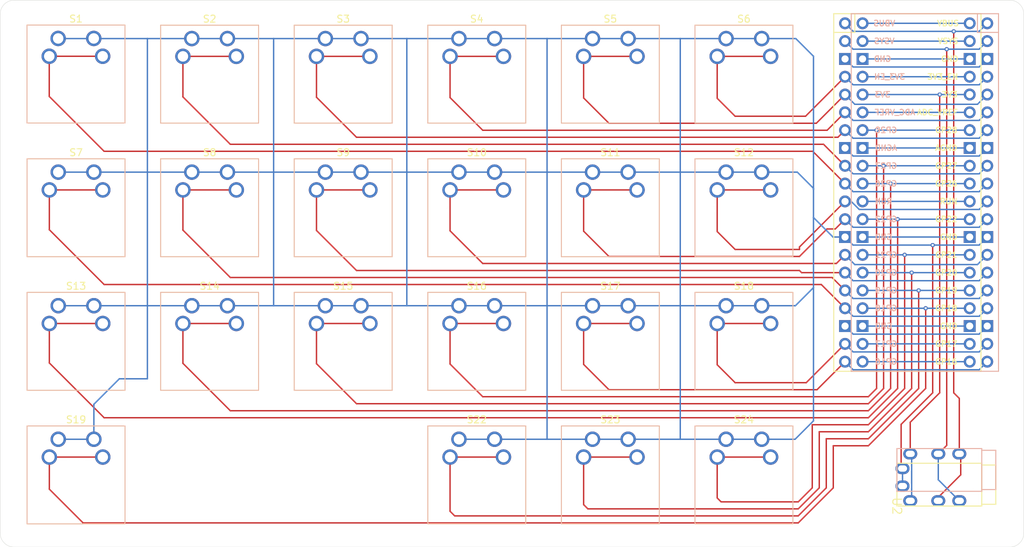
<source format=kicad_pcb>
(kicad_pcb (version 20240108) (generator "pcbnew") (generator_version "8.0")
  (layers (0 "F.Cu" signal) (31 "B.Cu" signal) (34 "B.Paste" user) (35 "F.Paste" user) (36 "B.SilkS" user "B.Silkscreen") (37 "F.SilkS" user "F.Silkscreen") (38 "B.Mask" user) (39 "F.Mask" user) (44 "Edge.Cuts" user))
  (net 0 "")
  (net 1 "GP7")
  (net 2 "GND")
  (net 3 "GP6")
  (net 4 "GP5")
  (net 5 "GP4")
  (net 6 "GP3")
  (net 7 "GP2")
  (net 8 "GP13")
  (net 9 "GP12")
  (net 10 "GP11")
  (net 11 "GP10")
  (net 12 "GP9")
  (net 13 "GP8")
  (net 14 "GP19")
  (net 15 "GP18")
  (net 16 "GP17")
  (net 17 "GP16")
  (net 18 "GP15")
  (net 19 "GP14")
  (net 20 "GP26")
  (net 21 "GP22")
  (net 22 "GP21")
  (net 23 "GP20")
  (net 24 "GP27")
  (net 25 "unconnected-(U1-3V3_EN-Pad37)")
  (net 26 "GP28")
  (net 27 "unconnected-(U1-GND-Pad28)")
  (net 28 "unconnected-(U1-GND-Pad38)")
  (net 29 "3V3")
  (net 30 "unconnected-(U1-VBUS-Pad40)")
  (net 31 "unconnected-(U1-GND-Pad3)")
  (net 32 "unconnected-(U1-GND-Pad8)")
  (net 33 "unconnected-(U1-GND-Pad18)")
  (net 34 "unconnected-(U1-ADC_VREF-Pad35)")
  (net 35 "RX")
  (net 36 "unconnected-(U1-VSYS-Pad39)")
  (net 37 "TX")
  (net 38 "unconnected-(U1-RUN-Pad30)")
  (net 39 "unconnected-(U1-GND-Pad23)")
  (net 40 "unconnected-(U1-AGND-Pad33)")
  (footprint "ScottoKeebs_MX:SW_Cherry_MX_1.00u_PCB_reversible" (layer "F.Cu") (at 85.585 43.435)
    (property "Reference" "S3")
    (property "Value" "Keyswitch" (hide yes))
  )
  (footprint "ScottoKeebs_MX:SW_Cherry_MX_1.00u_PCB_reversible" (layer "F.Cu") (at 66.535 62.485)
    (property "Reference" "S8")
    (property "Value" "Keyswitch" (hide yes))
  )
  (footprint "ScottoKeebs_MX:SW_Cherry_MX_1.00u_PCB_reversible" (layer "F.Cu") (at 142.735 100.585)
    (property "Reference" "S24")
    (property "Value" "Keyswitch" (hide yes))
  )
  (footprint "ScottoKeebs_MX:SW_Cherry_MX_1.00u_PCB_reversible" (layer "F.Cu") (at 104.635 81.535)
    (property "Reference" "S16")
    (property "Value" "Keyswitch" (hide yes))
  )
  (footprint "ScottoKeebs_MX:SW_Cherry_MX_1.00u_PCB_reversible" (layer "F.Cu") (at 47.485 81.535)
    (property "Reference" "S13")
    (property "Value" "Keyswitch" (hide yes))
  )
  (footprint "ScottoKeebs_MX:SW_Cherry_MX_1.00u_PCB_reversible" (layer "F.Cu") (at 47.485 100.585)
    (property "Reference" "S19")
    (property "Value" "Keyswitch" (hide yes))
  )
  (footprint "ScottoKeebs_MCU:Raspberry_Pi_Pico_reversible" (layer "F.Cu") (at 163.51 65.39)
    (property "Reference" "U1" (hide yes))
    (property "Value" "Raspberry_Pi_Pico" (hide yes))
  )
  (footprint "ScottoKeebs_MX:SW_Cherry_MX_1.00u_PCB_reversible" (layer "F.Cu") (at 104.635 43.435)
    (property "Reference" "S4")
    (property "Value" "Keyswitch" (hide yes))
  )
  (footprint "ScottoKeebs_MX:SW_Cherry_MX_1.00u_PCB_reversible" (layer "F.Cu") (at 104.635 100.585)
    (property "Reference" "S22")
    (property "Value" "Keyswitch" (hide yes))
  )
  (footprint "ScottoKeebs_MX:SW_Cherry_MX_1.00u_PCB_reversible" (layer "F.Cu") (at 85.585 62.485)
    (property "Reference" "S9")
    (property "Value" "Keyswitch" (hide yes))
  )
  (footprint "ScottoKeebs_MX:SW_Cherry_MX_1.00u_PCB_reversible" (layer "F.Cu") (at 142.735 62.485)
    (property "Reference" "S12")
    (property "Value" "Keyswitch" (hide yes))
  )
  (footprint "ScottoKeebs_MX:SW_Cherry_MX_1.00u_PCB_reversible" (layer "F.Cu") (at 85.585 81.535)
    (property "Reference" "S15")
    (property "Value" "Keyswitch" (hide yes))
  )
  (footprint "ScottoKeebs_MX:SW_Cherry_MX_1.00u_PCB_reversible" (layer "F.Cu") (at 47.485 62.485)
    (property "Reference" "S7")
    (property "Value" "Keyswitch" (hide yes))
  )
  (footprint "ScottoKeebs_MX:SW_Cherry_MX_1.00u_PCB_reversible" (layer "F.Cu") (at 66.535 43.435)
    (property "Reference" "S2")
    (property "Value" "Keyswitch" (hide yes))
  )
  (footprint "ScottoKeebs_MX:SW_Cherry_MX_1.00u_PCB_reversible" (layer "F.Cu") (at 123.685 100.585)
    (property "Reference" "S23")
    (property "Value" "Keyswitch" (hide yes))
  )
  (footprint "ScottoKeebs_Components:PJ-320A_reversible" (layer "F.Cu") (at 162.02 110.11 -90)
    (property "Reference" "U2")
    (property "Value" "TRRS")
  )
  (footprint "ScottoKeebs_MX:SW_Cherry_MX_1.00u_PCB_reversible" (layer "F.Cu") (at 142.735 43.435)
    (property "Reference" "S6")
    (property "Value" "Keyswitch" (hide yes))
  )
  (footprint "ScottoKeebs_MX:SW_Cherry_MX_1.00u_PCB_reversible" (layer "F.Cu") (at 123.685 81.535)
    (property "Reference" "S17")
    (property "Value" "Keyswitch" (hide yes))
  )
  (footprint "ScottoKeebs_MX:SW_Cherry_MX_1.00u_PCB_reversible" (layer "F.Cu") (at 123.685 43.435)
    (property "Reference" "S5")
    (property "Value" "Keyswitch" (hide yes))
  )
  (footprint "ScottoKeebs_MX:SW_Cherry_MX_1.00u_PCB_reversible" (layer "F.Cu") (at 104.635 62.485)
    (property "Reference" "S10")
    (property "Value" "Keyswitch" (hide yes))
  )
  (footprint "ScottoKeebs_MX:SW_Cherry_MX_1.00u_PCB_reversible" (layer "F.Cu") (at 123.685 62.485)
    (property "Reference" "S11")
    (property "Value" "Keyswitch" (hide yes))
  )
  (footprint "ScottoKeebs_MX:SW_Cherry_MX_1.00u_PCB_reversible" (layer "F.Cu") (at 142.735 81.535)
    (property "Reference" "S18")
    (property "Value" "Keyswitch" (hide yes))
  )
  (footprint "ScottoKeebs_MX:SW_Cherry_MX_1.00u_PCB_reversible" (layer "F.Cu") (at 47.47 43.42)
    (property "Reference" "S1")
    (property "Value" "Keyswitch" (hide yes))
  )
  (footprint "ScottoKeebs_MX:SW_Cherry_MX_1.00u_PCB_reversible" (layer "F.Cu") (at 66.535 81.535)
    (property "Reference" "S14")
    (property "Value" "Keyswitch" (hide yes))
  )
  (gr_arc (start 34.12 39.96) (mid 34.705786 38.545786) (end 36.12 37.96) (stroke (width 0.05)) (layer "Edge.Cuts"))
  (gr_line (start 180.12 39.96) (end 180.12 113.96) (stroke (width 0.05)) (layer "Edge.Cuts"))
  (gr_line (start 36.12 37.96) (end 178.12 37.96) (stroke (width 0.05)) (layer "Edge.Cuts"))
  (gr_line (start 34.12 39.96) (end 34.12 113.96) (stroke (width 0.05)) (layer "Edge.Cuts"))
  (gr_arc (start 36.12 115.96) (mid 34.705786 115.374214) (end 34.12 113.96) (stroke (width 0.05)) (layer "Edge.Cuts"))
  (gr_arc (start 178.12 37.96) (mid 179.534214 38.545786) (end 180.12 39.96) (stroke (width 0.05)) (layer "Edge.Cuts"))
  (gr_arc (start 180.12 113.96) (mid 179.534214 115.374214) (end 178.12 115.96) (stroke (width 0.05)) (layer "Edge.Cuts"))
  (gr_line (start 36.12 115.96) (end 178.12 115.96) (stroke (width 0.05)) (layer "Edge.Cuts"))
  (segment (start 48.945 59.515) (end 150.015 59.515) (width 0.2) (layer "F.Cu") (net 1))
  (segment (start 41.12 45.96) (end 48.74 45.96) (width 0.2) (layer "F.Cu") (net 1))
  (segment (start 41.12 51.69) (end 48.945 59.515) (width 0.2) (layer "F.Cu") (net 1))
  (segment (start 41.12 45.96) (end 41.12 51.69) (width 0.2) (layer "F.Cu") (net 1))
  (segment (start 150.015 59.515) (end 154.62 64.12) (width 0.2) (layer "F.Cu") (net 1))
  (segment (start 173.75 65.27) (end 174.9 64.12) (width 0.2) (layer "B.Cu") (net 1))
  (segment (start 154.62 64.12) (end 155.77 65.27) (width 0.2) (layer "B.Cu") (net 1))
  (segment (start 155.77 65.27) (end 173.75 65.27) (width 0.2) (layer "B.Cu") (net 1))
  (segment (start 162.62 104.56) (end 162.62 98.46) (width 0.2) (layer "F.Cu") (net 2))
  (segment (start 162.62 98.46) (end 167.12 93.96) (width 0.2) (layer "F.Cu") (net 2))
  (segment (start 162.82 104.76) (end 162.62 104.56) (width 0.2) (layer "F.Cu") (net 2))
  (segment (start 167.12 93.96) (end 167.12 72.89) (width 0.2) (layer "F.Cu") (net 2))
  (via (at 167.12 72.89) (size 0.6) (drill 0.3) (layers "F.Cu" "B.Cu") (net 2))
  (segment (start 150.12 68.96) (end 150.12 78.96) (width 0.2) (layer "B.Cu") (net 2))
  (segment (start 112.12 43.435) (end 92.12 43.435) (width 0.2) (layer "B.Cu") (net 2))
  (segment (start 112.12 43.435) (end 112.12 100.585) (width 0.2) (layer "B.Cu") (net 2))
  (segment (start 73.12 43.435) (end 73.12 81.535) (width 0.2) (layer "B.Cu") (net 2))
  (segment (start 150.12 78.96) (end 150.12 97.96) (width 0.2) (layer "B.Cu") (net 2))
  (segment (start 147.495 100.585) (end 142.735 100.585) (width 0.2) (layer "B.Cu") (net 2))
  (segment (start 73.12 43.435) (end 55.12 43.435) (width 0.2) (layer "B.Cu") (net 2))
  (segment (start 150.12 64.794314) (end 150.12 64.96) (width 0.2) (layer "B.Cu") (net 2))
  (segment (start 150.12 45.96) (end 150.12 64.96) (width 0.2) (layer "B.Cu") (net 2))
  (segment (start 42.405 100.585) (end 47.485 100.585) (width 0.2) (layer "B.Cu") (net 2))
  (segment (start 150.12 64.96) (end 150.12 68.96) (width 0.2) (layer "B.Cu") (net 2))
  (segment (start 42.405 43.435) (end 42.39 43.42) (width 0.2) (layer "B.Cu") (net 2))
  (segment (start 55.12 43.435) (end 55.12 81.535) (width 0.2) (layer "B.Cu") (net 2))
  (segment (start 173.75 72.89) (end 167.12 72.89) (width 0.2) (layer "B.Cu") (net 2))
  (segment (start 142.735 100.585) (end 131.12 100.585) (width 0.2) (layer "B.Cu") (net 2))
  (segment (start 150.12 97.96) (end 147.495 100.585) (width 0.2) (layer "B.Cu") (net 2))
  (segment (start 174.9 71.74) (end 173.75 72.89) (width 0.2) (layer "B.Cu") (net 2))
  (segment (start 142.735 81.535) (end 92.12 81.535) (width 0.2) (layer "B.Cu") (net 2))
  (segment (start 154.62 71.74) (end 152.9 71.74) (width 0.2) (layer "B.Cu") (net 2))
  (segment (start 155.77 72.89) (end 154.62 71.74) (width 0.2) (layer "B.Cu") (net 2))
  (segment (start 147.810686 62.485) (end 150.12 64.794314) (width 0.2) (layer "B.Cu") (net 2))
  (segment (start 152.9 71.74) (end 150.12 68.96) (width 0.2) (layer "B.Cu") (net 2))
  (segment (start 142.735 43.435) (end 131.12 43.435) (width 0.2) (layer "B.Cu") (net 2))
  (segment (start 55.12 81.535) (end 55.12 91.96) (width 0.2) (layer "B.Cu") (net 2))
  (segment (start 92.12 43.435) (end 73.12 43.435) (width 0.2) (layer "B.Cu") (net 2))
  (segment (start 167.12 72.89) (end 155.77 72.89) (width 0.2) (layer "B.Cu") (net 2))
  (segment (start 142.735 62.485) (end 147.810686 62.485) (width 0.2) (layer "B.Cu") (net 2))
  (segment (start 131.12 100.585) (end 131.12 43.435) (width 0.2) (layer "B.Cu") (net 2))
  (segment (start 147.595 43.435) (end 150.12 45.96) (width 0.2) (layer "B.Cu") (net 2))
  (segment (start 142.735 43.435) (end 147.595 43.435) (width 0.2) (layer "B.Cu") (net 2))
  (segment (start 92.12 81.535) (end 73.12 81.535) (width 0.2) (layer "B.Cu") (net 2))
  (segment (start 131.12 100.585) (end 112.12 100.585) (width 0.2) (layer "B.Cu") (net 2))
  (segment (start 55.12 91.96) (end 51.12 91.96) (width 0.2) (layer "B.Cu") (net 2))
  (segment (start 142.735 81.535) (end 147.545 81.535) (width 0.2) (layer "B.Cu") (net 2))
  (segment (start 162.82 107.26) (end 162.82 104.76) (width 0.2) (layer "B.Cu") (net 2))
  (segment (start 51.12 91.96) (end 47.485 95.595) (width 0.2) (layer "B.Cu") (net 2))
  (segment (start 73.12 81.535) (end 55.12 81.535) (width 0.2) (layer "B.Cu") (net 2))
  (segment (start 131.12 43.435) (end 112.12 43.435) (width 0.2) (layer "B.Cu") (net 2))
  (segment (start 47.485 95.595) (end 47.485 100.585) (width 0.2) (layer "B.Cu") (net 2))
  (segment (start 142.735 62.485) (end 42.405 62.485) (width 0.2) (layer "B.Cu") (net 2))
  (segment (start 55.12 81.535) (end 42.405 81.535) (width 0.2) (layer "B.Cu") (net 2))
  (segment (start 112.12 100.585) (end 99.555 100.585) (width 0.2) (layer "B.Cu") (net 2))
  (segment (start 55.12 43.435) (end 42.405 43.435) (width 0.2) (layer "B.Cu") (net 2))
  (segment (start 92.12 43.435) (end 92.12 81.535) (width 0.2) (layer "B.Cu") (net 2))
  (segment (start 147.545 81.535) (end 150.12 78.96) (width 0.2) (layer "B.Cu") (net 2))
  (segment (start 151.555 58.515) (end 154.62 61.58) (width 0.2) (layer "F.Cu") (net 3))
  (segment (start 67.805 45.975) (end 60.185 45.975) (width 0.2) (layer "F.Cu") (net 3))
  (segment (start 60.185 45.975) (end 60.185 51.755) (width 0.2) (layer "F.Cu") (net 3))
  (segment (start 66.945 58.515) (end 151.555 58.515) (width 0.2) (layer "F.Cu") (net 3))
  (segment (start 60.185 51.755) (end 66.945 58.515) (width 0.2) (layer "F.Cu") (net 3))
  (segment (start 155.77 62.73) (end 173.75 62.73) (width 0.2) (layer "B.Cu") (net 3))
  (segment (start 173.75 62.73) (end 174.9 61.58) (width 0.2) (layer "B.Cu") (net 3))
  (segment (start 154.62 61.58) (end 155.77 62.73) (width 0.2) (layer "B.Cu") (net 3))
  (segment (start 79.235 45.975) (end 86.855 45.975) (width 0.2) (layer "F.Cu") (net 4))
  (segment (start 84.945 57.515) (end 153.605 57.515) (width 0.2) (layer "F.Cu") (net 4))
  (segment (start 79.235 51.805) (end 84.945 57.515) (width 0.2) (layer "F.Cu") (net 4))
  (segment (start 153.605 57.515) (end 154.62 56.5) (width 0.2) (layer "F.Cu") (net 4))
  (segment (start 79.235 45.975) (end 79.235 51.805) (width 0.2) (layer "F.Cu") (net 4))
  (segment (start 173.75 57.65) (end 174.9 56.5) (width 0.2) (layer "B.Cu") (net 4))
  (segment (start 155.77 57.65) (end 173.75 57.65) (width 0.2) (layer "B.Cu") (net 4))
  (segment (start 154.62 56.5) (end 155.77 57.65) (width 0.2) (layer "B.Cu") (net 4))
  (segment (start 152.065 56.515) (end 154.62 53.96) (width 0.2) (layer "F.Cu") (net 5))
  (segment (start 98.285 45.975) (end 105.905 45.975) (width 0.2) (layer "F.Cu") (net 5))
  (segment (start 98.285 45.975) (end 98.285 51.855) (width 0.2) (layer "F.Cu") (net 5))
  (segment (start 98.285 51.855) (end 102.945 56.515) (width 0.2) (layer "F.Cu") (net 5))
  (segment (start 102.945 56.515) (end 152.065 56.515) (width 0.2) (layer "F.Cu") (net 5))
  (segment (start 154.62 53.96) (end 155.77 55.11) (width 0.2) (layer "B.Cu") (net 5))
  (segment (start 155.77 55.11) (end 173.75 55.11) (width 0.2) (layer "B.Cu") (net 5))
  (segment (start 173.75 55.11) (end 174.9 53.96) (width 0.2) (layer "B.Cu") (net 5))
  (segment (start 117.335 45.975) (end 117.335 51.905) (width 0.2) (layer "F.Cu") (net 6))
  (segment (start 150.525 55.515) (end 154.62 51.42) (width 0.2) (layer "F.Cu") (net 6))
  (segment (start 117.335 51.905) (end 120.945 55.515) (width 0.2) (layer "F.Cu") (net 6))
  (segment (start 117.335 45.975) (end 124.955 45.975) (width 0.2) (layer "F.Cu") (net 6))
  (segment (start 120.945 55.515) (end 150.525 55.515) (width 0.2) (layer "F.Cu") (net 6))
  (segment (start 156.01 52.81) (end 173.51 52.81) (width 0.2) (layer "B.Cu") (net 6))
  (segment (start 173.51 52.81) (end 174.9 51.42) (width 0.2) (layer "B.Cu") (net 6))
  (segment (start 154.62 51.42) (end 156.01 52.81) (width 0.2) (layer "B.Cu") (net 6))
  (segment (start 136.385 45.975) (end 136.385 51.955) (width 0.2) (layer "F.Cu") (net 7))
  (segment (start 136.385 45.975) (end 144.005 45.975) (width 0.2) (layer "F.Cu") (net 7))
  (segment (start 138.945 54.515) (end 148.985 54.515) (width 0.2) (layer "F.Cu") (net 7))
  (segment (start 148.985 54.515) (end 154.62 48.88) (width 0.2) (layer "F.Cu") (net 7))
  (segment (start 136.385 51.955) (end 138.945 54.515) (width 0.2) (layer "F.Cu") (net 7))
  (segment (start 155.77 50.03) (end 173.75 50.03) (width 0.2) (layer "B.Cu") (net 7))
  (segment (start 173.75 50.03) (end 174.9 48.88) (width 0.2) (layer "B.Cu") (net 7))
  (segment (start 154.62 48.88) (end 155.77 50.03) (width 0.2) (layer "B.Cu") (net 7))
  (segment (start 48.945 78.515) (end 151.235 78.515) (width 0.2) (layer "F.Cu") (net 8))
  (segment (start 151.235 78.515) (end 154.62 81.9) (width 0.2) (layer "F.Cu") (net 8))
  (segment (start 41.135 65.025) (end 48.755 65.025) (width 0.2) (layer "F.Cu") (net 8))
  (segment (start 41.135 65.025) (end 41.135 70.705) (width 0.2) (layer "F.Cu") (net 8))
  (segment (start 41.135 70.705) (end 48.945 78.515) (width 0.2) (layer "F.Cu") (net 8))
  (segment (start 173.75 83.05) (end 174.9 81.9) (width 0.2) (layer "B.Cu") (net 8))
  (segment (start 155.77 83.05) (end 173.75 83.05) (width 0.2) (layer "B.Cu") (net 8))
  (segment (start 154.62 81.9) (end 155.77 83.05) (width 0.2) (layer "B.Cu") (net 8))
  (segment (start 152.775 77.515) (end 154.62 79.36) (width 0.2) (layer "F.Cu") (net 9))
  (segment (start 60.185 65.025) (end 60.185 70.755) (width 0.2) (layer "F.Cu") (net 9))
  (segment (start 60.185 65.025) (end 67.805 65.025) (width 0.2) (layer "F.Cu") (net 9))
  (segment (start 66.945 77.515) (end 152.775 77.515) (width 0.2) (layer "F.Cu") (net 9))
  (segment (start 60.185 70.755) (end 66.945 77.515) (width 0.2) (layer "F.Cu") (net 9))
  (segment (start 173.75 80.51) (end 174.9 79.36) (width 0.2) (layer "B.Cu") (net 9))
  (segment (start 154.62 79.36) (end 155.77 80.51) (width 0.2) (layer "B.Cu") (net 9))
  (segment (start 155.77 80.51) (end 173.75 80.51) (width 0.2) (layer "B.Cu") (net 9))
  (segment (start 79.235 65.025) (end 86.855 65.025) (width 0.2) (layer "F.Cu") (net 10))
  (segment (start 148.12 76.515) (end 148.425 76.82) (width 0.2) (layer "F.Cu") (net 10))
  (segment (start 84.945 76.515) (end 148.12 76.515) (width 0.2) (layer "F.Cu") (net 10))
  (segment (start 79.235 70.805) (end 84.945 76.515) (width 0.2) (layer "F.Cu") (net 10))
  (segment (start 148.425 76.82) (end 154.62 76.82) (width 0.2) (layer "F.Cu") (net 10))
  (segment (start 79.235 65.025) (end 79.235 70.805) (width 0.2) (layer "F.Cu") (net 10))
  (segment (start 154.62 76.82) (end 155.77 77.97) (width 0.2) (layer "B.Cu") (net 10))
  (segment (start 155.77 77.97) (end 173.75 77.97) (width 0.2) (layer "B.Cu") (net 10))
  (segment (start 173.75 77.97) (end 174.9 76.82) (width 0.2) (layer "B.Cu") (net 10))
  (segment (start 98.285 70.855) (end 102.945 75.515) (width 0.2) (layer "F.Cu") (net 11))
  (segment (start 98.285 65.025) (end 98.285 70.855) (width 0.2) (layer "F.Cu") (net 11))
  (segment (start 153.385 75.515) (end 154.62 74.28) (width 0.2) (layer "F.Cu") (net 11))
  (segment (start 102.945 75.515) (end 153.385 75.515) (width 0.2) (layer "F.Cu") (net 11))
  (segment (start 98.285 65.025) (end 105.905 65.025) (width 0.2) (layer "F.Cu") (net 11))
  (segment (start 173.51 75.67) (end 174.9 74.28) (width 0.2) (layer "B.Cu") (net 11))
  (segment (start 156.01 75.67) (end 173.51 75.67) (width 0.2) (layer "B.Cu") (net 11))
  (segment (start 154.62 74.28) (end 156.01 75.67) (width 0.2) (layer "B.Cu") (net 11))
  (segment (start 152.045 70.59) (end 153.23 70.59) (width 0.2) (layer "F.Cu") (net 12))
  (segment (start 117.335 65.025) (end 117.335 70.905) (width 0.2) (layer "F.Cu") (net 12))
  (segment (start 148.12 74.515) (end 152.045 70.59) (width 0.2) (layer "F.Cu") (net 12))
  (segment (start 117.335 65.025) (end 124.955 65.025) (width 0.2) (layer "F.Cu") (net 12))
  (segment (start 153.23 70.59) (end 154.62 69.2) (width 0.2) (layer "F.Cu") (net 12))
  (segment (start 117.335 70.905) (end 120.945 74.515) (width 0.2) (layer "F.Cu") (net 12))
  (segment (start 120.945 74.515) (end 148.12 74.515) (width 0.2) (layer "F.Cu") (net 12))
  (segment (start 155.77 70.35) (end 173.75 70.35) (width 0.2) (layer "B.Cu") (net 12))
  (segment (start 173.75 70.35) (end 174.9 69.2) (width 0.2) (layer "B.Cu") (net 12))
  (segment (start 154.62 69.2) (end 155.77 70.35) (width 0.2) (layer "B.Cu") (net 12))
  (segment (start 136.385 70.955) (end 138.945 73.515) (width 0.2) (layer "F.Cu") (net 13))
  (segment (start 138.945 73.515) (end 148.12 73.515) (width 0.2) (layer "F.Cu") (net 13))
  (segment (start 136.385 65.025) (end 144.005 65.025) (width 0.2) (layer "F.Cu") (net 13))
  (segment (start 148.12 73.515) (end 148.12 73.16) (width 0.2) (layer "F.Cu") (net 13))
  (segment (start 148.12 73.16) (end 154.62 66.66) (width 0.2) (layer "F.Cu") (net 13))
  (segment (start 136.385 65.025) (end 136.385 70.955) (width 0.2) (layer "F.Cu") (net 13))
  (segment (start 154.62 66.66) (end 155.493654 66.66) (width 0.2) (layer "B.Cu") (net 13))
  (segment (start 173.75 67.81) (end 174.9 66.66) (width 0.2) (layer "B.Cu") (net 13))
  (segment (start 156.643654 67.81) (end 173.75 67.81) (width 0.2) (layer "B.Cu") (net 13))
  (segment (start 155.493654 66.66) (end 156.643654 67.81) (width 0.2) (layer "B.Cu") (net 13))
  (segment (start 151.945 100.515) (end 157.945 100.515) (width 0.2) (layer "F.Cu") (net 14))
  (segment (start 98.285 103.125) (end 105.905 103.125) (width 0.2) (layer "F.Cu") (net 14))
  (segment (start 98.285 103.125) (end 98.285 110.855) (width 0.2) (layer "F.Cu") (net 14))
  (segment (start 147.945 111.515) (end 151.945 107.515) (width 0.2) (layer "F.Cu") (net 14))
  (segment (start 157.945 100.515) (end 165.12 93.34) (width 0.2) (layer "F.Cu") (net 14))
  (segment (start 98.945 111.515) (end 147.945 111.515) (width 0.2) (layer "F.Cu") (net 14))
  (segment (start 98.285 110.855) (end 98.945 111.515) (width 0.2) (layer "F.Cu") (net 14))
  (segment (start 165.12 93.34) (end 165.12 79.36) (width 0.2) (layer "F.Cu") (net 14))
  (segment (start 151.945 107.515) (end 151.945 100.515) (width 0.2) (layer "F.Cu") (net 14))
  (via (at 165.12 79.36) (size 0.6) (drill 0.3) (layers "F.Cu" "B.Cu") (net 14))
  (segment (start 165.12 79.36) (end 172.4 79.36) (width 0.2) (layer "B.Cu") (net 14))
  (segment (start 157.12 79.36) (end 165.12 79.36) (width 0.2) (layer "B.Cu") (net 14))
  (segment (start 45.945 112.515) (end 147.945 112.515) (width 0.2) (layer "F.Cu") (net 15))
  (segment (start 166.12 93.34) (end 166.12 81.9) (width 0.2) (layer "F.Cu") (net 15))
  (segment (start 157.945 101.515) (end 166.12 93.34) (width 0.2) (layer "F.Cu") (net 15))
  (segment (start 147.945 112.515) (end 152.945 107.515) (width 0.2) (layer "F.Cu") (net 15))
  (segment (start 41.135 103.125) (end 48.755 103.125) (width 0.2) (layer "F.Cu") (net 15))
  (segment (start 152.945 101.515) (end 157.945 101.515) (width 0.2) (layer "F.Cu") (net 15))
  (segment (start 152.945 107.515) (end 152.945 101.515) (width 0.2) (layer "F.Cu") (net 15))
  (segment (start 41.135 107.705) (end 45.945 112.515) (width 0.2) (layer "F.Cu") (net 15))
  (segment (start 41.135 103.125) (end 41.135 107.705) (width 0.2) (layer "F.Cu") (net 15))
  (via (at 166.12 81.9) (size 0.6) (drill 0.3) (layers "F.Cu" "B.Cu") (net 15))
  (segment (start 157.12 81.9) (end 166.12 81.9) (width 0.2) (layer "B.Cu") (net 15))
  (segment (start 166.12 81.9) (end 172.4 81.9) (width 0.2) (layer "B.Cu") (net 15))
  (segment (start 157.12 86.98) (end 172.4 86.98) (width 0.2) (layer "B.Cu") (net 16))
  (segment (start 157.12 89.52) (end 172.4 89.52) (width 0.2) (layer "B.Cu") (net 17))
  (segment (start 120.945 93.515) (end 150.625 93.515) (width 0.2) (layer "F.Cu") (net 18))
  (segment (start 117.335 84.075) (end 117.335 89.905) (width 0.2) (layer "F.Cu") (net 18))
  (segment (start 150.625 93.515) (end 154.62 89.52) (width 0.2) (layer "F.Cu") (net 18))
  (segment (start 117.335 89.905) (end 120.945 93.515) (width 0.2) (layer "F.Cu") (net 18))
  (segment (start 117.335 84.075) (end 124.955 84.075) (width 0.2) (layer "F.Cu") (net 18))
  (segment (start 155.77 90.67) (end 173.75 90.67) (width 0.2) (layer "B.Cu") (net 18))
  (segment (start 173.75 90.67) (end 174.9 89.52) (width 0.2) (layer "B.Cu") (net 18))
  (segment (start 154.62 89.52) (end 155.77 90.67) (width 0.2) (layer "B.Cu") (net 18))
  (segment (start 149.085 92.515) (end 154.62 86.98) (width 0.2) (layer "F.Cu") (net 19))
  (segment (start 138.945 92.515) (end 149.085 92.515) (width 0.2) (layer "F.Cu") (net 19))
  (segment (start 136.385 89.955) (end 138.945 92.515) (width 0.2) (layer "F.Cu") (net 19))
  (segment (start 136.385 84.075) (end 136.385 89.955) (width 0.2) (layer "F.Cu") (net 19))
  (segment (start 136.385 84.075) (end 144.005 84.075) (width 0.2) (layer "F.Cu") (net 19))
  (segment (start 155.77 88.13) (end 173.75 88.13) (width 0.2) (layer "B.Cu") (net 19))
  (segment (start 154.62 86.98) (end 155.77 88.13) (width 0.2) (layer "B.Cu") (net 19))
  (segment (start 173.75 88.13) (end 174.9 86.98) (width 0.2) (layer "B.Cu") (net 19))
  (segment (start 60.185 84.075) (end 67.805 84.075) (width 0.2) (layer "F.Cu") (net 20))
  (segment (start 161.12 93.34) (end 161.12 64.12) (width 0.2) (layer "F.Cu") (net 20))
  (segment (start 66.945 96.515) (end 157.945 96.515) (width 0.2) (layer "F.Cu") (net 20))
  (segment (start 60.185 84.075) (end 60.185 89.755) (width 0.2) (layer "F.Cu") (net 20))
  (segment (start 157.945 96.515) (end 161.12 93.34) (width 0.2) (layer "F.Cu") (net 20))
  (segment (start 60.185 89.755) (end 66.945 96.515) (width 0.2) (layer "F.Cu") (net 20))
  (via (at 161.12 64.12) (size 0.6) (drill 0.3) (layers "F.Cu" "B.Cu") (net 20))
  (segment (start 157.12 64.12) (end 161.12 64.12) (width 0.2) (layer "B.Cu") (net 20))
  (segment (start 161.12 64.12) (end 172.4 64.12) (width 0.2) (layer "B.Cu") (net 20))
  (segment (start 41.135 84.075) (end 41.135 89.705) (width 0.2) (layer "F.Cu") (net 21))
  (segment (start 41.135 89.705) (end 48.945 97.515) (width 0.2) (layer "F.Cu") (net 21))
  (segment (start 157.945 97.515) (end 162.12 93.34) (width 0.2) (layer "F.Cu") (net 21))
  (segment (start 48.945 97.515) (end 157.945 97.515) (width 0.2) (layer "F.Cu") (net 21))
  (segment (start 41.135 84.075) (end 48.755 84.075) (width 0.2) (layer "F.Cu") (net 21))
  (segment (start 162.12 93.34) (end 162.12 69.2) (width 0.2) (layer "F.Cu") (net 21))
  (via (at 162.12 69.2) (size 0.6) (drill 0.3) (layers "F.Cu" "B.Cu") (net 21))
  (segment (start 162.12 69.2) (end 172.4 69.2) (width 0.2) (layer "B.Cu") (net 21))
  (segment (start 157.12 69.2) (end 162.12 69.2) (width 0.2) (layer "B.Cu") (net 21))
  (segment (start 163.12 93.34) (end 163.12 74.28) (width 0.2) (layer "F.Cu") (net 22))
  (segment (start 149.945 98.515) (end 149.945 107.515) (width 0.2) (layer "F.Cu") (net 22))
  (segment (start 147.945 109.515) (end 136.945 109.515) (width 0.2) (layer "F.Cu") (net 22))
  (segment (start 136.945 109.515) (end 136.385 108.955) (width 0.2) (layer "F.Cu") (net 22))
  (segment (start 149.945 107.515) (end 147.945 109.515) (width 0.2) (layer "F.Cu") (net 22))
  (segment (start 144.005 103.125) (end 136.385 103.125) (width 0.2) (layer "F.Cu") (net 22))
  (segment (start 157.945 98.515) (end 163.12 93.34) (width 0.2) (layer "F.Cu") (net 22))
  (segment (start 157.945 98.515) (end 149.945 98.515) (width 0.2) (layer "F.Cu") (net 22))
  (segment (start 136.385 108.955) (end 136.385 103.125) (width 0.2) (layer "F.Cu") (net 22))
  (via (at 163.12 74.28) (size 0.6) (drill 0.3) (layers "F.Cu" "B.Cu") (net 22))
  (segment (start 157.12 74.28) (end 163.12 74.28) (width 0.2) (layer "B.Cu") (net 22))
  (segment (start 163.12 74.28) (end 172.4 74.28) (width 0.2) (layer "B.Cu") (net 22))
  (segment (start 117.335 103.125) (end 117.335 109.905) (width 0.2) (layer "F.Cu") (net 23))
  (segment (start 117.945 110.515) (end 147.945 110.515) (width 0.2) (layer "F.Cu") (net 23))
  (segment (start 157.945 99.515) (end 164.12 93.34) (width 0.2) (layer "F.Cu") (net 23))
  (segment (start 117.335 103.125) (end 124.955 103.125) (width 0.2) (layer "F.Cu") (net 23))
  (segment (start 150.945 107.515) (end 150.945 99.515) (width 0.2) (layer "F.Cu") (net 23))
  (segment (start 150.945 99.515) (end 157.945 99.515) (width 0.2) (layer "F.Cu") (net 23))
  (segment (start 147.945 110.515) (end 150.945 107.515) (width 0.2) (layer "F.Cu") (net 23))
  (segment (start 117.335 109.905) (end 117.945 110.515) (width 0.2) (layer "F.Cu") (net 23))
  (segment (start 164.12 93.34) (end 164.12 76.82) (width 0.2) (layer "F.Cu") (net 23))
  (via (at 164.12 76.82) (size 0.6) (drill 0.3) (layers "F.Cu" "B.Cu") (net 23))
  (segment (start 157.12 76.82) (end 164.12 76.82) (width 0.2) (layer "B.Cu") (net 23))
  (segment (start 164.12 76.82) (end 172.4 76.82) (width 0.2) (layer "B.Cu") (net 23))
  (segment (start 79.235 84.075) (end 86.855 84.075) (width 0.2) (layer "F.Cu") (net 24))
  (segment (start 84.945 95.515) (end 157.945 95.515) (width 0.2) (layer "F.Cu") (net 24))
  (segment (start 79.235 84.075) (end 79.235 89.805) (width 0.2) (layer "F.Cu") (net 24))
  (segment (start 157.945 95.515) (end 160.12 93.34) (width 0.2) (layer "F.Cu") (net 24))
  (segment (start 160.12 93.34) (end 160.12 61.58) (width 0.2) (layer "F.Cu") (net 24))
  (segment (start 79.235 89.805) (end 84.945 95.515) (width 0.2) (layer "F.Cu") (net 24))
  (via (at 160.12 61.58) (size 0.6) (drill 0.3) (layers "F.Cu" "B.Cu") (net 24))
  (segment (start 157.12 61.58) (end 160.12 61.58) (width 0.2) (layer "B.Cu") (net 24))
  (segment (start 160.12 61.58) (end 172.4 61.58) (width 0.2) (layer "B.Cu") (net 24))
  (segment (start 157.12 48.88) (end 172.4 48.88) (width 0.2) (layer "B.Cu") (net 25))
  (segment (start 98.285 84.075) (end 105.905 84.075) (width 0.2) (layer "F.Cu") (net 26))
  (segment (start 157.945 94.515) (end 159.12 93.34) (width 0.2) (layer "F.Cu") (net 26))
  (segment (start 159.12 93.34) (end 159.12 56.5) (width 0.2) (layer "F.Cu") (net 26))
  (segment (start 98.285 89.855) (end 102.945 94.515) (width 0.2) (layer "F.Cu") (net 26))
  (segment (start 98.285 84.075) (end 98.285 89.855) (width 0.2) (layer "F.Cu") (net 26))
  (segment (start 102.945 94.515) (end 157.945 94.515) (width 0.2) (layer "F.Cu") (net 26))
  (via (at 159.12 56.5) (size 0.6) (drill 0.3) (layers "F.Cu" "B.Cu") (net 26))
  (segment (start 157.12 56.5) (end 159.12 56.5) (width 0.2) (layer "B.Cu") (net 26))
  (segment (start 159.12 56.5) (end 172.4 56.5) (width 0.2) (layer "B.Cu") (net 26))
  (segment (start 157.12 71.74) (end 172.4 71.74) (width 0.2) (layer "B.Cu") (net 27))
  (segment (start 157.12 46.34) (end 172.4 46.34) (width 0.2) (layer "B.Cu") (net 28))
  (segment (start 163.92 102.76) (end 164.12 102.96) (width 0.2) (layer "F.Cu") (net 29))
  (segment (start 163.92 102.66) (end 163.92 98.16) (width 0.2) (layer "F.Cu") (net 29))
  (segment (start 168.12 93.96) (end 168.12 51.42) (width 0.2) (layer "F.Cu") (net 29))
  (segment (start 163.92 102.66) (end 163.92 102.76) (width 0.2) (layer "F.Cu") (net 29))
  (segment (start 163.92 98.16) (end 168.12 93.96) (width 0.2) (layer "F.Cu") (net 29))
  (via (at 168.12 51.42) (size 0.6) (drill 0.3) (layers "F.Cu" "B.Cu") (net 29))
  (segment (start 164.12 102.86) (end 164.12 109.16) (width 0.2) (layer "B.Cu") (net 29))
  (segment (start 157.12 51.42) (end 168.12 51.42) (width 0.2) (layer "B.Cu") (net 29))
  (segment (start 164.12 109.16) (end 163.92 109.36) (width 0.2) (layer "B.Cu") (net 29))
  (segment (start 168.12 51.42) (end 172.4 51.42) (width 0.2) (layer "B.Cu") (net 29))
  (segment (start 163.92 102.66) (end 164.12 102.86) (width 0.2) (layer "B.Cu") (net 29))
  (segment (start 157.12 41.26) (end 172.4 41.26) (width 0.2) (layer "B.Cu") (net 30))
  (segment (start 154.62 46.34) (end 155.77 47.49) (width 0.2) (layer "B.Cu") (net 31))
  (segment (start 155.77 47.49) (end 173.75 47.49) (width 0.2) (layer "B.Cu") (net 31))
  (segment (start 173.75 47.49) (end 174.9 46.34) (width 0.2) (layer "B.Cu") (net 31))
  (segment (start 173.75 60.19) (end 174.9 59.04) (width 0.2) (layer "B.Cu") (net 32))
  (segment (start 154.62 59.04) (end 155.77 60.19) (width 0.2) (layer "B.Cu") (net 32))
  (segment (start 155.77 60.19) (end 173.75 60.19) (width 0.2) (layer "B.Cu") (net 32))
  (segment (start 154.62 84.44) (end 155.77 85.59) (width 0.2) (layer "B.Cu") (net 33))
  (segment (start 155.77 85.59) (end 173.75 85.59) (width 0.2) (layer "B.Cu") (net 33))
  (segment (start 173.75 85.59) (end 174.9 84.44) (width 0.2) (layer "B.Cu") (net 33))
  (segment (start 157.12 53.96) (end 172.4 53.96) (width 0.2) (layer "B.Cu") (net 34))
  (segment (start 167.92 108.86) (end 171.12 105.66) (width 0.2) (layer "F.Cu") (net 35))
  (segment (start 171.12 102.86) (end 170.92 102.66) (width 0.2) (layer "F.Cu") (net 35))
  (segment (start 170.92 102.66) (end 170.92 94.76) (width 0.2) (layer "F.Cu") (net 35))
  (segment (start 167.92 109.36) (end 167.92 108.86) (width 0.2) (layer "F.Cu") (net 35))
  (segment (start 170.12 93.96) (end 170.12 42.41) (width 0.2) (layer "F.Cu") (net 35))
  (segment (start 171.12 105.66) (end 171.12 102.86) (width 0.2) (layer "F.Cu") (net 35))
  (segment (start 170.92 94.76) (end 170.12 93.96) (width 0.2) (layer "F.Cu") (net 35))
  (via (at 170.12 42.41) (size 0.6) (drill 0.3) (layers "F.Cu" "B.Cu") (net 35))
  (segment (start 155.77 42.41) (end 170.12 42.41) (width 0.2) (layer "B.Cu") (net 35))
  (segment (start 173.75 42.41) (end 174.9 41.26) (width 0.2) (layer "B.Cu") (net 35))
  (segment (start 154.62 41.26) (end 155.77 42.41) (width 0.2) (layer "B.Cu") (net 35))
  (segment (start 170.12 42.41) (end 173.75 42.41) (width 0.2) (layer "B.Cu") (net 35))
  (segment (start 157.12 43.8) (end 172.4 43.8) (width 0.2) (layer "B.Cu") (net 36))
  (segment (start 169.12 44.95) (end 169.12 101.46) (width 0.2) (layer "F.Cu") (net 37))
  (segment (start 169.12 101.46) (end 167.92 102.66) (width 0.2) (layer "F.Cu") (net 37))
  (via (at 169.12 44.95) (size 0.6) (drill 0.3) (layers "F.Cu" "B.Cu") (net 37))
  (segment (start 155.77 44.95) (end 173.75 44.95) (width 0.2) (layer "B.Cu") (net 37))
  (segment (start 173.75 44.95) (end 174.9 43.8) (width 0.2) (layer "B.Cu") (net 37))
  (segment (start 167.92 102.66) (end 167.92 106.36) (width 0.2) (layer "B.Cu") (net 37))
  (segment (start 154.62 43.8) (end 155.77 44.95) (width 0.2) (layer "B.Cu") (net 37))
  (segment (start 167.92 106.36) (end 170.92 109.36) (width 0.2) (layer "B.Cu") (net 37))
  (segment (start 157.12 66.66) (end 172.4 66.66) (width 0.2) (layer "B.Cu") (net 38))
  (segment (start 157.12 84.44) (end 172.4 84.44) (width 0.2) (layer "B.Cu") (net 39))
  (segment (start 157.12 59.04) (end 172.4 59.04) (width 0.2) (layer "B.Cu") (net 40))
)
</source>
